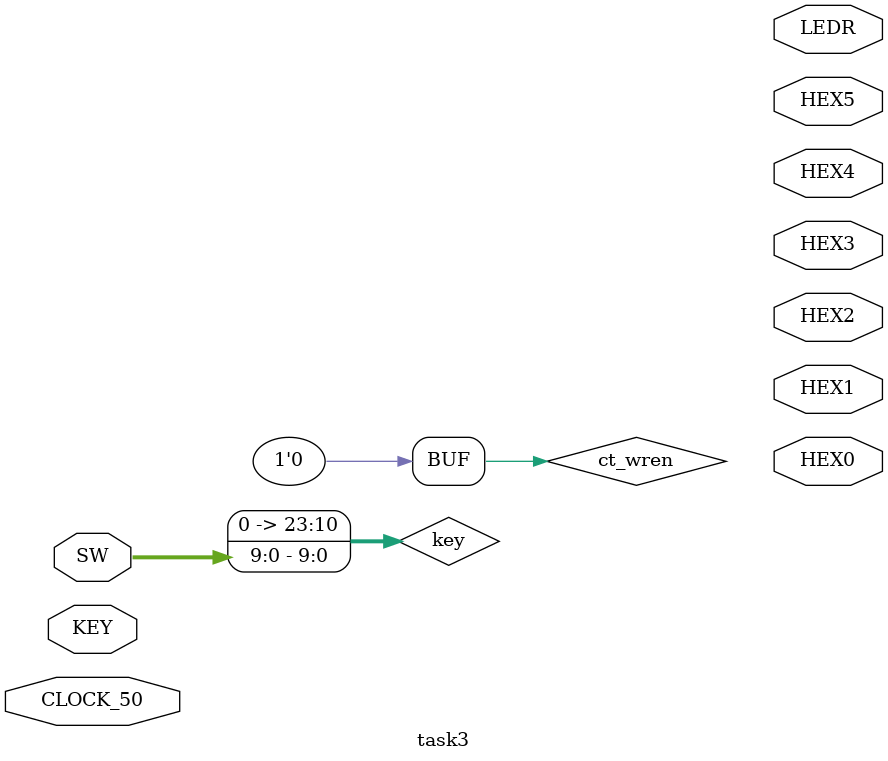
<source format=sv>
module task3(input logic CLOCK_50, input logic [3:0] KEY, input logic [9:0] SW,
             output logic [6:0] HEX0, output logic [6:0] HEX1, output logic [6:0] HEX2,
             output logic [6:0] HEX3, output logic [6:0] HEX4, output logic [6:0] HEX5,
             output logic [9:0] LEDR);

    // your code here
    reg [7:0] ct_addr,ct_wrdata,ct_rddata,pt_addr,pt_wrdata,pt_rddata;
    reg ct_wren,pt_wren,en_arc4,rdy_arc4;
    reg [23:0] key;
    assign key = {14'd0,SW};

    ct_mem ct(.address(ct_addr),.clock(CLOCK_50),
    .data(ct_wrdata),.wren(ct_wren),
    .q(ct_rddata)
    );
    pt_mem pt(.address(pt_addr),.clock(CLOCK_50),.data(pt_wrdata),
    .wren(pt_wren),.q(pt_rddata)
    );
    arc4 a4(.clk(CLOCK_50),.rst_n(KEY[3]),.en(en_arc4),
    .rdy(rdy_arc4),.key(key),.ct_addr(ct_addr),.ct_rddata(ct_rddata),
    .pt_addr(pt_addr),.pt_rddata(pt_rddata),.pt_wrdata(pt_wrdata),
    .pt_wren(pt_wren)
    );

    // your code here

    always_comb begin
        ct_wren = 0;

    end


endmodule: task3

</source>
